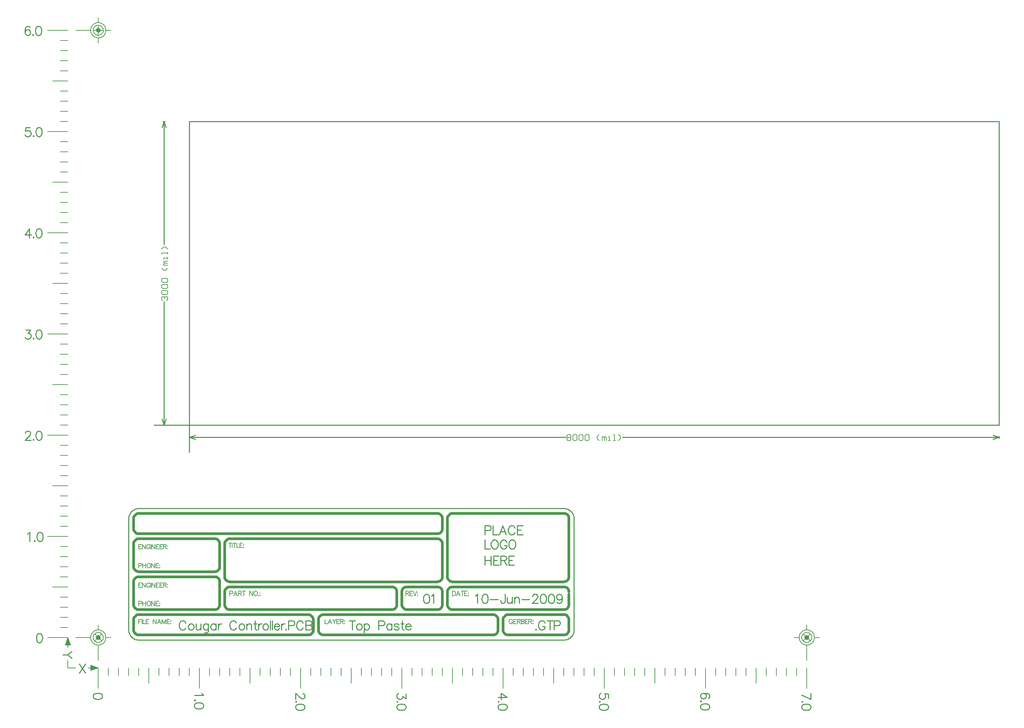
<source format=gtp>
%FSLAX23Y23*%
%MOIN*%
G70*
G01*
G75*
%ADD10C,0.021*%
%ADD11C,0.012*%
%ADD12C,0.035*%
%ADD13C,0.025*%
%ADD14C,0.045*%
%ADD15C,0.055*%
%ADD16C,0.009*%
%ADD17C,0.008*%
%ADD18C,0.010*%
%ADD19C,0.006*%
%ADD20C,0.005*%
%ADD21C,0.060*%
%ADD22C,0.200*%
%ADD23C,0.062*%
%ADD24R,0.062X0.062*%
%ADD25R,0.052X0.052*%
%ADD26C,0.052*%
%ADD27C,0.080*%
%ADD28C,0.055*%
%ADD29R,0.050X0.050*%
%ADD30C,0.050*%
%ADD31C,0.120*%
%ADD32R,0.060X0.060*%
%ADD33R,0.100X0.100*%
%ADD34C,0.100*%
%ADD35R,0.080X0.080*%
%ADD36P,0.065X8X0*%
%ADD37C,0.065*%
%ADD38R,0.065X0.065*%
D13*
X10453Y5923D02*
X10452Y5932D01*
X10449Y5942D01*
X10445Y5950D01*
X10439Y5957D01*
X10431Y5964D01*
X10423Y5968D01*
X10414Y5971D01*
X10404Y5972D01*
X9303D02*
X9293Y5971D01*
X9284Y5968D01*
X9275Y5963D01*
X9268Y5957D01*
X9262Y5950D01*
X9257Y5941D01*
X9254Y5932D01*
X9253Y5922D01*
X10403Y6022D02*
X10413Y6023D01*
X10422Y6026D01*
X10431Y6030D01*
X10438Y6036D01*
X10445Y6044D01*
X10449Y6053D01*
X10452Y6062D01*
X10453Y6072D01*
X9253D02*
X9254Y6062D01*
X9257Y6053D01*
X9262Y6044D01*
X9268Y6036D01*
X9275Y6030D01*
X9284Y6026D01*
X9293Y6023D01*
X9303Y6022D01*
X10453Y6648D02*
X10452Y6658D01*
X10449Y6667D01*
X10445Y6676D01*
X10438Y6683D01*
X10430Y6689D01*
X10422Y6694D01*
X10412Y6696D01*
X10402Y6697D01*
X10403Y5747D02*
X10413Y5748D01*
X10422Y5751D01*
X10431Y5755D01*
X10438Y5761D01*
X10445Y5769D01*
X10449Y5778D01*
X10452Y5787D01*
X10453Y5797D01*
X10453Y5648D02*
X10452Y5657D01*
X10449Y5667D01*
X10444Y5675D01*
X10438Y5682D01*
X10431Y5689D01*
X10422Y5693D01*
X10413Y5696D01*
X10403Y5697D01*
Y5497D02*
X10413Y5498D01*
X10422Y5501D01*
X10431Y5505D01*
X10438Y5511D01*
X10445Y5519D01*
X10449Y5528D01*
X10452Y5537D01*
X10453Y5547D01*
X9153Y5747D02*
X9163Y5748D01*
X9172Y5751D01*
X9181Y5755D01*
X9188Y5761D01*
X9195Y5769D01*
X9199Y5778D01*
X9202Y5787D01*
X9203Y5797D01*
X9253Y5796D02*
X9254Y5786D01*
X9257Y5777D01*
X9262Y5768D01*
X9268Y5761D01*
X9275Y5755D01*
X9284Y5750D01*
X9293Y5748D01*
X9303Y5747D01*
X9203Y5923D02*
X9202Y5932D01*
X9199Y5942D01*
X9195Y5950D01*
X9189Y5957D01*
X9181Y5964D01*
X9173Y5968D01*
X9164Y5971D01*
X9154Y5972D01*
X6153Y5547D02*
X6154Y5537D01*
X6157Y5528D01*
X6161Y5519D01*
X6167Y5512D01*
X6175Y5506D01*
X6183Y5501D01*
X6193Y5498D01*
X6202Y5497D01*
X9154Y6022D02*
X9164Y6023D01*
X9173Y6026D01*
X9181Y6031D01*
X9189Y6037D01*
X9195Y6044D01*
X9199Y6053D01*
X9202Y6062D01*
X9203Y6072D01*
X6203Y5697D02*
X6193Y5696D01*
X6184Y5693D01*
X6175Y5688D01*
X6168Y5682D01*
X6162Y5675D01*
X6157Y5666D01*
X6154Y5657D01*
X6153Y5647D01*
X9203Y6397D02*
X9202Y6407D01*
X9199Y6416D01*
X9195Y6425D01*
X9188Y6432D01*
X9181Y6438D01*
X9172Y6443D01*
X9163Y6446D01*
X9153Y6447D01*
Y6497D02*
X9163Y6498D01*
X9172Y6501D01*
X9181Y6505D01*
X9188Y6511D01*
X9195Y6519D01*
X9199Y6528D01*
X9202Y6537D01*
X9203Y6547D01*
X9303Y6697D02*
X9293Y6696D01*
X9284Y6693D01*
X9275Y6688D01*
X9268Y6682D01*
X9262Y6675D01*
X9257Y6666D01*
X9254Y6657D01*
X9253Y6647D01*
X9203D02*
X9202Y6657D01*
X9199Y6666D01*
X9195Y6675D01*
X9188Y6682D01*
X9181Y6688D01*
X9172Y6693D01*
X9163Y6696D01*
X9153Y6697D01*
X6203D02*
X6193Y6696D01*
X6184Y6693D01*
X6175Y6688D01*
X6168Y6682D01*
X6162Y6675D01*
X6157Y6666D01*
X6154Y6657D01*
X6153Y6647D01*
Y6547D02*
X6154Y6537D01*
X6157Y6528D01*
X6162Y6519D01*
X6168Y6511D01*
X6175Y6505D01*
X6184Y6501D01*
X6193Y6498D01*
X6203Y6497D01*
Y6447D02*
X6193Y6446D01*
X6184Y6443D01*
X6175Y6438D01*
X6168Y6432D01*
X6162Y6425D01*
X6157Y6416D01*
X6154Y6407D01*
X6153Y6397D01*
Y6172D02*
X6154Y6162D01*
X6157Y6153D01*
X6162Y6144D01*
X6168Y6136D01*
X6175Y6130D01*
X6184Y6126D01*
X6193Y6123D01*
X6203Y6122D01*
Y6072D02*
X6193Y6071D01*
X6184Y6068D01*
X6175Y6063D01*
X6168Y6057D01*
X6162Y6050D01*
X6157Y6041D01*
X6154Y6032D01*
X6153Y6022D01*
Y5797D02*
X6154Y5787D01*
X6157Y5778D01*
X6161Y5769D01*
X6167Y5762D01*
X6175Y5756D01*
X6183Y5751D01*
X6193Y5748D01*
X6202Y5747D01*
X7103Y6447D02*
X7093Y6446D01*
X7084Y6443D01*
X7075Y6438D01*
X7068Y6432D01*
X7062Y6425D01*
X7057Y6416D01*
X7054Y6407D01*
X7053Y6397D01*
X7103Y5972D02*
X7093Y5971D01*
X7084Y5968D01*
X7075Y5963D01*
X7068Y5957D01*
X7062Y5950D01*
X7057Y5941D01*
X7054Y5932D01*
X7053Y5922D01*
X8851Y5972D02*
X8841Y5971D01*
X8832Y5968D01*
X8824Y5963D01*
X8816Y5957D01*
X8810Y5949D01*
X8806Y5940D01*
X8804Y5931D01*
X8803Y5921D01*
X8803Y5798D02*
X8804Y5788D01*
X8807Y5778D01*
X8812Y5770D01*
X8818Y5762D01*
X8825Y5756D01*
X8834Y5751D01*
X8843Y5748D01*
X8853Y5747D01*
X8704Y5747D02*
X8714Y5748D01*
X8723Y5751D01*
X8732Y5755D01*
X8739Y5761D01*
X8745Y5769D01*
X8750Y5778D01*
X8752Y5787D01*
X8753Y5797D01*
X8753Y5923D02*
X8752Y5932D01*
X8749Y5942D01*
X8745Y5950D01*
X8739Y5957D01*
X8731Y5964D01*
X8723Y5968D01*
X8714Y5971D01*
X8704Y5972D01*
X6954Y5747D02*
X6964Y5748D01*
X6973Y5751D01*
X6981Y5755D01*
X6989Y5761D01*
X6995Y5769D01*
X6999Y5777D01*
X7002Y5786D01*
X7003Y5796D01*
X7053D02*
X7054Y5786D01*
X7057Y5777D01*
X7061Y5769D01*
X7067Y5761D01*
X7075Y5755D01*
X7083Y5751D01*
X7093Y5748D01*
X7102Y5747D01*
X7053Y6071D02*
X7054Y6061D01*
X7057Y6052D01*
X7061Y6044D01*
X7067Y6036D01*
X7075Y6030D01*
X7083Y6026D01*
X7093Y6023D01*
X7102Y6022D01*
X7003Y6023D02*
X7002Y6033D01*
X6999Y6042D01*
X6995Y6051D01*
X6988Y6058D01*
X6980Y6064D01*
X6972Y6069D01*
X6962Y6071D01*
X6952Y6072D01*
X6955Y6122D02*
X6964Y6123D01*
X6973Y6125D01*
X6982Y6130D01*
X6989Y6136D01*
X6995Y6143D01*
X6999Y6151D01*
X7002Y6160D01*
X7003Y6170D01*
Y6398D02*
X7002Y6407D01*
X6999Y6417D01*
X6995Y6425D01*
X6989Y6432D01*
X6981Y6439D01*
X6973Y6443D01*
X6964Y6446D01*
X6954Y6447D01*
X9853Y5697D02*
X9843Y5696D01*
X9834Y5693D01*
X9825Y5688D01*
X9818Y5682D01*
X9812Y5675D01*
X9807Y5666D01*
X9804Y5657D01*
X9803Y5647D01*
Y5546D02*
X9804Y5536D01*
X9807Y5527D01*
X9812Y5518D01*
X9818Y5511D01*
X9825Y5505D01*
X9834Y5500D01*
X9843Y5498D01*
X9853Y5497D01*
X9704Y5497D02*
X9714Y5498D01*
X9723Y5500D01*
X9732Y5505D01*
X9739Y5511D01*
X9745Y5519D01*
X9750Y5527D01*
X9752Y5537D01*
X9753Y5546D01*
X9753Y5647D02*
X9752Y5657D01*
X9749Y5666D01*
X9745Y5675D01*
X9738Y5682D01*
X9731Y5688D01*
X9722Y5693D01*
X9713Y5696D01*
X9703Y5697D01*
X7978Y5547D02*
X7979Y5537D01*
X7982Y5528D01*
X7986Y5519D01*
X7992Y5512D01*
X8000Y5506D01*
X8008Y5501D01*
X8018Y5498D01*
X8027Y5497D01*
X8028Y5697D02*
X8018Y5696D01*
X8009Y5693D01*
X8000Y5688D01*
X7993Y5682D01*
X7987Y5675D01*
X7982Y5666D01*
X7979Y5657D01*
X7978Y5647D01*
X7879Y5497D02*
X7889Y5498D01*
X7898Y5500D01*
X7907Y5505D01*
X7914Y5511D01*
X7920Y5519D01*
X7925Y5527D01*
X7927Y5537D01*
X7928Y5546D01*
X7928Y5647D02*
X7927Y5657D01*
X7924Y5666D01*
X7920Y5675D01*
X7913Y5682D01*
X7906Y5688D01*
X7897Y5693D01*
X7888Y5696D01*
X7878Y5697D01*
X8028Y5497D02*
X9703D01*
X6203D02*
X7878D01*
X6203Y5697D02*
X7878D01*
X8028D02*
X9703D01*
X9853Y5497D02*
X10403D01*
X9853Y5697D02*
X10403D01*
X6203Y6697D02*
X9153D01*
X6203Y5747D02*
X6953D01*
X6203Y6072D02*
X6953D01*
X6203Y6122D02*
X6953D01*
X6203Y6447D02*
X6953D01*
X6203Y6497D02*
X9153D01*
X7103Y6447D02*
X9153D01*
X7103Y5972D02*
X8703D01*
X7103Y5747D02*
X8703D01*
X8853D02*
X9153D01*
X8853Y5972D02*
X9153D01*
X9303Y5747D02*
X10403D01*
X9303Y6697D02*
X10403D01*
X7103Y6022D02*
X9153D01*
X9303D02*
X10403D01*
X9303Y5972D02*
X10403D01*
X7928Y5547D02*
Y5647D01*
X7978Y5547D02*
Y5647D01*
X9753Y5547D02*
Y5647D01*
X9803Y5547D02*
Y5647D01*
X6153Y5797D02*
Y6022D01*
X7003Y5797D02*
Y6022D01*
X6153Y6172D02*
Y6397D01*
X7003Y6172D02*
Y6397D01*
X6153Y6547D02*
Y6647D01*
X9203Y6547D02*
Y6647D01*
Y6072D02*
Y6397D01*
X7053Y6072D02*
Y6397D01*
X8753Y5797D02*
Y5922D01*
X7053Y5797D02*
Y5922D01*
X8803Y5797D02*
Y5922D01*
X9203Y5797D02*
Y5922D01*
X10453Y5547D02*
Y5647D01*
Y5797D02*
Y5897D01*
X6153Y5547D02*
Y5647D01*
X9253Y6072D02*
Y6647D01*
X10453Y6072D02*
Y6647D01*
X9253Y5797D02*
Y5922D01*
D16*
X10127Y5555D02*
X10123Y5551D01*
X10127Y5547D01*
X10132Y5551D01*
X10127Y5555D01*
X10216Y5615D02*
X10211Y5624D01*
X10203Y5633D01*
X10194Y5637D01*
X10177D01*
X10169Y5633D01*
X10160Y5624D01*
X10156Y5615D01*
X10151Y5603D01*
Y5581D01*
X10156Y5568D01*
X10160Y5560D01*
X10169Y5551D01*
X10177Y5547D01*
X10194D01*
X10203Y5551D01*
X10211Y5560D01*
X10216Y5568D01*
Y5581D01*
X10194D02*
X10216D01*
X10266Y5637D02*
Y5547D01*
X10236Y5637D02*
X10296D01*
X10307Y5590D02*
X10346D01*
X10358Y5594D01*
X10363Y5598D01*
X10367Y5607D01*
Y5620D01*
X10363Y5628D01*
X10358Y5633D01*
X10346Y5637D01*
X10307D01*
Y5547D01*
X5130Y11499D02*
X5125Y11507D01*
X5112Y11512D01*
X5104D01*
X5091Y11507D01*
X5082Y11495D01*
X5078Y11473D01*
Y11452D01*
X5082Y11435D01*
X5091Y11426D01*
X5104Y11422D01*
X5108D01*
X5121Y11426D01*
X5130Y11435D01*
X5134Y11448D01*
Y11452D01*
X5130Y11465D01*
X5121Y11473D01*
X5108Y11478D01*
X5104D01*
X5091Y11473D01*
X5082Y11465D01*
X5078Y11452D01*
X5158Y11430D02*
X5154Y11426D01*
X5158Y11422D01*
X5162Y11426D01*
X5158Y11430D01*
X5208Y11512D02*
X5195Y11507D01*
X5186Y11495D01*
X5182Y11473D01*
Y11460D01*
X5186Y11439D01*
X5195Y11426D01*
X5208Y11422D01*
X5216D01*
X5229Y11426D01*
X5238Y11439D01*
X5242Y11460D01*
Y11473D01*
X5238Y11495D01*
X5229Y11507D01*
X5216Y11512D01*
X5208D01*
X5121Y9512D02*
X5078Y9452D01*
X5142D01*
X5121Y9512D02*
Y9422D01*
X5163Y9430D02*
X5158Y9426D01*
X5163Y9422D01*
X5167Y9426D01*
X5163Y9430D01*
X5212Y9512D02*
X5199Y9507D01*
X5191Y9495D01*
X5187Y9473D01*
Y9460D01*
X5191Y9439D01*
X5199Y9426D01*
X5212Y9422D01*
X5221D01*
X5234Y9426D01*
X5242Y9439D01*
X5247Y9460D01*
Y9473D01*
X5242Y9495D01*
X5234Y9507D01*
X5221Y9512D01*
X5212D01*
X5082Y7490D02*
Y7495D01*
X5087Y7503D01*
X5091Y7508D01*
X5100Y7512D01*
X5117D01*
X5125Y7508D01*
X5130Y7503D01*
X5134Y7495D01*
Y7486D01*
X5130Y7478D01*
X5121Y7465D01*
X5078Y7422D01*
X5138D01*
X5163Y7430D02*
X5158Y7426D01*
X5163Y7422D01*
X5167Y7426D01*
X5163Y7430D01*
X5212Y7512D02*
X5199Y7508D01*
X5191Y7495D01*
X5187Y7473D01*
Y7460D01*
X5191Y7439D01*
X5199Y7426D01*
X5212Y7422D01*
X5221D01*
X5234Y7426D01*
X5242Y7439D01*
X5247Y7460D01*
Y7473D01*
X5242Y7495D01*
X5234Y7508D01*
X5221Y7512D01*
X5212D01*
X5216Y5512D02*
X5203Y5508D01*
X5195Y5495D01*
X5191Y5473D01*
Y5460D01*
X5195Y5439D01*
X5203Y5426D01*
X5216Y5422D01*
X5225D01*
X5238Y5426D01*
X5246Y5439D01*
X5251Y5460D01*
Y5473D01*
X5246Y5495D01*
X5238Y5508D01*
X5225Y5512D01*
X5216D01*
X5103Y6495D02*
X5112Y6499D01*
X5125Y6512D01*
Y6422D01*
X5173Y6430D02*
X5169Y6426D01*
X5173Y6422D01*
X5178Y6426D01*
X5173Y6430D01*
X5223Y6512D02*
X5210Y6508D01*
X5202Y6495D01*
X5197Y6473D01*
Y6460D01*
X5202Y6439D01*
X5210Y6426D01*
X5223Y6422D01*
X5232D01*
X5245Y6426D01*
X5253Y6439D01*
X5257Y6460D01*
Y6473D01*
X5253Y6495D01*
X5245Y6508D01*
X5232Y6512D01*
X5223D01*
X5087Y8512D02*
X5134D01*
X5108Y8478D01*
X5121D01*
X5130Y8473D01*
X5134Y8469D01*
X5138Y8456D01*
Y8448D01*
X5134Y8435D01*
X5125Y8426D01*
X5112Y8422D01*
X5100D01*
X5087Y8426D01*
X5082Y8430D01*
X5078Y8439D01*
X5163Y8430D02*
X5158Y8426D01*
X5163Y8422D01*
X5167Y8426D01*
X5163Y8430D01*
X5212Y8512D02*
X5199Y8507D01*
X5191Y8495D01*
X5187Y8473D01*
Y8460D01*
X5191Y8439D01*
X5199Y8426D01*
X5212Y8422D01*
X5221D01*
X5234Y8426D01*
X5242Y8439D01*
X5247Y8460D01*
Y8473D01*
X5242Y8495D01*
X5234Y8507D01*
X5221Y8512D01*
X5212D01*
X5130Y10512D02*
X5087D01*
X5082Y10473D01*
X5087Y10478D01*
X5100Y10482D01*
X5112D01*
X5125Y10478D01*
X5134Y10469D01*
X5138Y10456D01*
Y10448D01*
X5134Y10435D01*
X5125Y10426D01*
X5112Y10422D01*
X5100D01*
X5087Y10426D01*
X5082Y10430D01*
X5078Y10439D01*
X5163Y10430D02*
X5158Y10426D01*
X5163Y10422D01*
X5167Y10426D01*
X5163Y10430D01*
X5212Y10512D02*
X5199Y10507D01*
X5191Y10495D01*
X5187Y10473D01*
Y10460D01*
X5191Y10439D01*
X5199Y10426D01*
X5212Y10422D01*
X5221D01*
X5234Y10426D01*
X5242Y10439D01*
X5247Y10460D01*
Y10473D01*
X5242Y10495D01*
X5234Y10507D01*
X5221Y10512D01*
X5212D01*
X12843Y4862D02*
X12753Y4905D01*
X12843Y4922D02*
Y4862D01*
X12762Y4837D02*
X12757Y4842D01*
X12753Y4837D01*
X12757Y4833D01*
X12762Y4837D01*
X12843Y4788D02*
X12839Y4801D01*
X12826Y4809D01*
X12805Y4813D01*
X12792D01*
X12770Y4809D01*
X12757Y4801D01*
X12753Y4788D01*
Y4779D01*
X12757Y4766D01*
X12770Y4758D01*
X12792Y4753D01*
X12805D01*
X12826Y4758D01*
X12839Y4766D01*
X12843Y4779D01*
Y4788D01*
X10843Y4870D02*
Y4913D01*
X10805Y4918D01*
X10809Y4913D01*
X10813Y4900D01*
Y4888D01*
X10809Y4875D01*
X10800Y4866D01*
X10787Y4862D01*
X10779D01*
X10766Y4866D01*
X10757Y4875D01*
X10753Y4888D01*
Y4900D01*
X10757Y4913D01*
X10762Y4918D01*
X10770Y4922D01*
X10762Y4837D02*
X10757Y4842D01*
X10753Y4837D01*
X10757Y4833D01*
X10762Y4837D01*
X10843Y4788D02*
X10839Y4801D01*
X10826Y4809D01*
X10805Y4813D01*
X10792D01*
X10770Y4809D01*
X10757Y4801D01*
X10753Y4788D01*
Y4779D01*
X10757Y4766D01*
X10770Y4758D01*
X10792Y4753D01*
X10805D01*
X10826Y4758D01*
X10839Y4766D01*
X10843Y4779D01*
Y4788D01*
X8843Y4913D02*
Y4866D01*
X8809Y4892D01*
Y4879D01*
X8805Y4870D01*
X8800Y4866D01*
X8787Y4862D01*
X8779D01*
X8766Y4866D01*
X8757Y4875D01*
X8753Y4888D01*
Y4900D01*
X8757Y4913D01*
X8762Y4918D01*
X8770Y4922D01*
X8762Y4837D02*
X8757Y4842D01*
X8753Y4837D01*
X8757Y4833D01*
X8762Y4837D01*
X8843Y4788D02*
X8839Y4801D01*
X8826Y4809D01*
X8805Y4813D01*
X8792D01*
X8770Y4809D01*
X8757Y4801D01*
X8753Y4788D01*
Y4779D01*
X8757Y4766D01*
X8770Y4758D01*
X8792Y4753D01*
X8805D01*
X8826Y4758D01*
X8839Y4766D01*
X8843Y4779D01*
Y4788D01*
X6826Y4922D02*
X6830Y4913D01*
X6843Y4900D01*
X6753D01*
X6762Y4852D02*
X6757Y4856D01*
X6753Y4852D01*
X6757Y4847D01*
X6762Y4852D01*
X6843Y4802D02*
X6839Y4815D01*
X6826Y4823D01*
X6805Y4828D01*
X6792D01*
X6770Y4823D01*
X6757Y4815D01*
X6753Y4802D01*
Y4793D01*
X6757Y4780D01*
X6770Y4772D01*
X6792Y4768D01*
X6805D01*
X6826Y4772D01*
X6839Y4780D01*
X6843Y4793D01*
Y4802D01*
X5843Y4896D02*
X5839Y4909D01*
X5826Y4918D01*
X5805Y4922D01*
X5792D01*
X5770Y4918D01*
X5757Y4909D01*
X5753Y4896D01*
Y4888D01*
X5757Y4875D01*
X5770Y4866D01*
X5792Y4862D01*
X5805D01*
X5826Y4866D01*
X5839Y4875D01*
X5843Y4888D01*
Y4896D01*
X7822Y4918D02*
X7826D01*
X7835Y4913D01*
X7839Y4909D01*
X7843Y4900D01*
Y4883D01*
X7839Y4875D01*
X7835Y4870D01*
X7826Y4866D01*
X7817D01*
X7809Y4870D01*
X7796Y4879D01*
X7753Y4922D01*
Y4862D01*
X7762Y4837D02*
X7757Y4842D01*
X7753Y4837D01*
X7757Y4833D01*
X7762Y4837D01*
X7843Y4788D02*
X7839Y4801D01*
X7826Y4809D01*
X7805Y4813D01*
X7792D01*
X7770Y4809D01*
X7757Y4801D01*
X7753Y4788D01*
Y4779D01*
X7757Y4766D01*
X7770Y4758D01*
X7792Y4753D01*
X7805D01*
X7826Y4758D01*
X7839Y4766D01*
X7843Y4779D01*
Y4788D01*
X9843Y4879D02*
X9783Y4922D01*
Y4858D01*
X9843Y4879D02*
X9753D01*
X9762Y4837D02*
X9757Y4842D01*
X9753Y4837D01*
X9757Y4833D01*
X9762Y4837D01*
X9843Y4788D02*
X9839Y4801D01*
X9826Y4809D01*
X9805Y4813D01*
X9792D01*
X9770Y4809D01*
X9757Y4801D01*
X9753Y4788D01*
Y4779D01*
X9757Y4766D01*
X9770Y4758D01*
X9792Y4753D01*
X9805D01*
X9826Y4758D01*
X9839Y4766D01*
X9843Y4779D01*
Y4788D01*
X11830Y4870D02*
X11839Y4875D01*
X11843Y4888D01*
Y4896D01*
X11839Y4909D01*
X11826Y4918D01*
X11805Y4922D01*
X11783D01*
X11766Y4918D01*
X11757Y4909D01*
X11753Y4896D01*
Y4892D01*
X11757Y4879D01*
X11766Y4870D01*
X11779Y4866D01*
X11783D01*
X11796Y4870D01*
X11805Y4879D01*
X11809Y4892D01*
Y4896D01*
X11805Y4909D01*
X11796Y4918D01*
X11783Y4922D01*
X11762Y4842D02*
X11757Y4846D01*
X11753Y4842D01*
X11757Y4838D01*
X11762Y4842D01*
X11843Y4792D02*
X11839Y4805D01*
X11826Y4814D01*
X11805Y4818D01*
X11792D01*
X11770Y4814D01*
X11757Y4805D01*
X11753Y4792D01*
Y4784D01*
X11757Y4771D01*
X11770Y4762D01*
X11792Y4758D01*
X11805D01*
X11826Y4762D01*
X11839Y4771D01*
X11843Y4784D01*
Y4792D01*
X5616Y5212D02*
X5676Y5122D01*
Y5212D02*
X5616Y5122D01*
X5543Y5334D02*
X5500Y5300D01*
X5453D01*
X5543Y5266D02*
X5500Y5300D01*
X9528Y5882D02*
X9537Y5886D01*
X9550Y5899D01*
Y5809D01*
X9620Y5899D02*
X9607Y5895D01*
X9598Y5882D01*
X9594Y5861D01*
Y5848D01*
X9598Y5826D01*
X9607Y5814D01*
X9620Y5809D01*
X9628D01*
X9641Y5814D01*
X9650Y5826D01*
X9654Y5848D01*
Y5861D01*
X9650Y5882D01*
X9641Y5895D01*
X9628Y5899D01*
X9620D01*
X9674Y5848D02*
X9751D01*
X9821Y5899D02*
Y5831D01*
X9816Y5818D01*
X9812Y5814D01*
X9804Y5809D01*
X9795D01*
X9786Y5814D01*
X9782Y5818D01*
X9778Y5831D01*
Y5839D01*
X9844Y5869D02*
Y5826D01*
X9848Y5814D01*
X9857Y5809D01*
X9870D01*
X9878Y5814D01*
X9891Y5826D01*
Y5869D02*
Y5809D01*
X9915Y5869D02*
Y5809D01*
Y5852D02*
X9927Y5865D01*
X9936Y5869D01*
X9949D01*
X9957Y5865D01*
X9962Y5852D01*
Y5809D01*
X9985Y5848D02*
X10062D01*
X10093Y5878D02*
Y5882D01*
X10098Y5891D01*
X10102Y5895D01*
X10110Y5899D01*
X10128D01*
X10136Y5895D01*
X10140Y5891D01*
X10145Y5882D01*
Y5874D01*
X10140Y5865D01*
X10132Y5852D01*
X10089Y5809D01*
X10149D01*
X10195Y5899D02*
X10182Y5895D01*
X10173Y5882D01*
X10169Y5861D01*
Y5848D01*
X10173Y5826D01*
X10182Y5814D01*
X10195Y5809D01*
X10203D01*
X10216Y5814D01*
X10225Y5826D01*
X10229Y5848D01*
Y5861D01*
X10225Y5882D01*
X10216Y5895D01*
X10203Y5899D01*
X10195D01*
X10275D02*
X10262Y5895D01*
X10254Y5882D01*
X10249Y5861D01*
Y5848D01*
X10254Y5826D01*
X10262Y5814D01*
X10275Y5809D01*
X10284D01*
X10296Y5814D01*
X10305Y5826D01*
X10309Y5848D01*
Y5861D01*
X10305Y5882D01*
X10296Y5895D01*
X10284Y5899D01*
X10275D01*
X10385Y5869D02*
X10381Y5856D01*
X10372Y5848D01*
X10359Y5844D01*
X10355D01*
X10342Y5848D01*
X10334Y5856D01*
X10329Y5869D01*
Y5874D01*
X10334Y5886D01*
X10342Y5895D01*
X10355Y5899D01*
X10359D01*
X10372Y5895D01*
X10381Y5886D01*
X10385Y5869D01*
Y5848D01*
X10381Y5826D01*
X10372Y5814D01*
X10359Y5809D01*
X10351D01*
X10338Y5814D01*
X10334Y5822D01*
X9623Y6277D02*
Y6187D01*
X9683Y6277D02*
Y6187D01*
X9623Y6234D02*
X9683D01*
X9764Y6277D02*
X9708D01*
Y6187D01*
X9764D01*
X9708Y6234D02*
X9742D01*
X9779Y6277D02*
Y6187D01*
Y6277D02*
X9817D01*
X9830Y6273D01*
X9834Y6268D01*
X9839Y6260D01*
Y6251D01*
X9834Y6243D01*
X9830Y6238D01*
X9817Y6234D01*
X9779D01*
X9809D02*
X9839Y6187D01*
X9914Y6277D02*
X9859D01*
Y6187D01*
X9914D01*
X9859Y6234D02*
X9893D01*
X9623Y6437D02*
Y6347D01*
X9675D01*
X9710Y6437D02*
X9702Y6432D01*
X9693Y6424D01*
X9689Y6415D01*
X9684Y6403D01*
Y6381D01*
X9689Y6368D01*
X9693Y6360D01*
X9702Y6351D01*
X9710Y6347D01*
X9727D01*
X9736Y6351D01*
X9744Y6360D01*
X9749Y6368D01*
X9753Y6381D01*
Y6403D01*
X9749Y6415D01*
X9744Y6424D01*
X9736Y6432D01*
X9727Y6437D01*
X9710D01*
X9838Y6415D02*
X9834Y6424D01*
X9825Y6432D01*
X9817Y6437D01*
X9800D01*
X9791Y6432D01*
X9783Y6424D01*
X9778Y6415D01*
X9774Y6403D01*
Y6381D01*
X9778Y6368D01*
X9783Y6360D01*
X9791Y6351D01*
X9800Y6347D01*
X9817D01*
X9825Y6351D01*
X9834Y6360D01*
X9838Y6368D01*
Y6381D01*
X9817D02*
X9838D01*
X9884Y6437D02*
X9876Y6432D01*
X9867Y6424D01*
X9863Y6415D01*
X9859Y6403D01*
Y6381D01*
X9863Y6368D01*
X9867Y6360D01*
X9876Y6351D01*
X9884Y6347D01*
X9902D01*
X9910Y6351D01*
X9919Y6360D01*
X9923Y6368D01*
X9927Y6381D01*
Y6403D01*
X9923Y6415D01*
X9919Y6424D01*
X9910Y6432D01*
X9902Y6437D01*
X9884D01*
X9623Y6530D02*
X9662D01*
X9675Y6534D01*
X9679Y6538D01*
X9683Y6547D01*
Y6560D01*
X9679Y6568D01*
X9675Y6573D01*
X9662Y6577D01*
X9623D01*
Y6487D01*
X9703Y6577D02*
Y6487D01*
X9755D01*
X9833D02*
X9799Y6577D01*
X9765Y6487D01*
X9777Y6517D02*
X9820D01*
X9918Y6555D02*
X9914Y6564D01*
X9905Y6573D01*
X9897Y6577D01*
X9880D01*
X9871Y6573D01*
X9863Y6564D01*
X9858Y6555D01*
X9854Y6543D01*
Y6521D01*
X9858Y6508D01*
X9863Y6500D01*
X9871Y6491D01*
X9880Y6487D01*
X9897D01*
X9905Y6491D01*
X9914Y6500D01*
X9918Y6508D01*
X9999Y6577D02*
X9944D01*
Y6487D01*
X9999D01*
X9944Y6534D02*
X9978D01*
X9041Y5899D02*
X9028Y5895D01*
X9020Y5882D01*
X9016Y5861D01*
Y5848D01*
X9020Y5826D01*
X9028Y5814D01*
X9041Y5809D01*
X9050D01*
X9063Y5814D01*
X9071Y5826D01*
X9076Y5848D01*
Y5861D01*
X9071Y5882D01*
X9063Y5895D01*
X9050Y5899D01*
X9041D01*
X9096Y5882D02*
X9104Y5886D01*
X9117Y5899D01*
Y5809D01*
X8313Y5637D02*
Y5547D01*
X8283Y5637D02*
X8343D01*
X8375Y5607D02*
X8367Y5603D01*
X8358Y5594D01*
X8354Y5581D01*
Y5573D01*
X8358Y5560D01*
X8367Y5551D01*
X8375Y5547D01*
X8388D01*
X8397Y5551D01*
X8405Y5560D01*
X8410Y5573D01*
Y5581D01*
X8405Y5594D01*
X8397Y5603D01*
X8388Y5607D01*
X8375D01*
X8429D02*
Y5517D01*
Y5594D02*
X8438Y5603D01*
X8446Y5607D01*
X8459D01*
X8468Y5603D01*
X8476Y5594D01*
X8481Y5581D01*
Y5573D01*
X8476Y5560D01*
X8468Y5551D01*
X8459Y5547D01*
X8446D01*
X8438Y5551D01*
X8429Y5560D01*
X8571Y5590D02*
X8609D01*
X8622Y5594D01*
X8626Y5598D01*
X8631Y5607D01*
Y5620D01*
X8626Y5628D01*
X8622Y5633D01*
X8609Y5637D01*
X8571D01*
Y5547D01*
X8702Y5607D02*
Y5547D01*
Y5594D02*
X8694Y5603D01*
X8685Y5607D01*
X8672D01*
X8664Y5603D01*
X8655Y5594D01*
X8651Y5581D01*
Y5573D01*
X8655Y5560D01*
X8664Y5551D01*
X8672Y5547D01*
X8685D01*
X8694Y5551D01*
X8702Y5560D01*
X8773Y5594D02*
X8769Y5603D01*
X8756Y5607D01*
X8743D01*
X8730Y5603D01*
X8726Y5594D01*
X8730Y5585D01*
X8739Y5581D01*
X8760Y5577D01*
X8769Y5573D01*
X8773Y5564D01*
Y5560D01*
X8769Y5551D01*
X8756Y5547D01*
X8743D01*
X8730Y5551D01*
X8726Y5560D01*
X8805Y5637D02*
Y5564D01*
X8809Y5551D01*
X8818Y5547D01*
X8826D01*
X8792Y5607D02*
X8822D01*
X8839Y5581D02*
X8891D01*
Y5590D01*
X8886Y5598D01*
X8882Y5603D01*
X8874Y5607D01*
X8861D01*
X8852Y5603D01*
X8844Y5594D01*
X8839Y5581D01*
Y5573D01*
X8844Y5560D01*
X8852Y5551D01*
X8861Y5547D01*
X8874D01*
X8882Y5551D01*
X8891Y5560D01*
X6667Y5615D02*
X6663Y5624D01*
X6655Y5633D01*
X6646Y5637D01*
X6629D01*
X6620Y5633D01*
X6612Y5624D01*
X6607Y5615D01*
X6603Y5603D01*
Y5581D01*
X6607Y5568D01*
X6612Y5560D01*
X6620Y5551D01*
X6629Y5547D01*
X6646D01*
X6655Y5551D01*
X6663Y5560D01*
X6667Y5568D01*
X6714Y5607D02*
X6706Y5603D01*
X6697Y5594D01*
X6693Y5581D01*
Y5573D01*
X6697Y5560D01*
X6706Y5551D01*
X6714Y5547D01*
X6727D01*
X6736Y5551D01*
X6744Y5560D01*
X6748Y5573D01*
Y5581D01*
X6744Y5594D01*
X6736Y5603D01*
X6727Y5607D01*
X6714D01*
X6768D02*
Y5564D01*
X6772Y5551D01*
X6781Y5547D01*
X6794D01*
X6802Y5551D01*
X6815Y5564D01*
Y5607D02*
Y5547D01*
X6890Y5607D02*
Y5538D01*
X6886Y5525D01*
X6882Y5521D01*
X6873Y5517D01*
X6860D01*
X6852Y5521D01*
X6890Y5594D02*
X6882Y5603D01*
X6873Y5607D01*
X6860D01*
X6852Y5603D01*
X6843Y5594D01*
X6839Y5581D01*
Y5573D01*
X6843Y5560D01*
X6852Y5551D01*
X6860Y5547D01*
X6873D01*
X6882Y5551D01*
X6890Y5560D01*
X6966Y5607D02*
Y5547D01*
Y5594D02*
X6957Y5603D01*
X6948Y5607D01*
X6936D01*
X6927Y5603D01*
X6918Y5594D01*
X6914Y5581D01*
Y5573D01*
X6918Y5560D01*
X6927Y5551D01*
X6936Y5547D01*
X6948D01*
X6957Y5551D01*
X6966Y5560D01*
X6990Y5607D02*
Y5547D01*
Y5581D02*
X6994Y5594D01*
X7002Y5603D01*
X7011Y5607D01*
X7024D01*
X7167Y5615D02*
X7163Y5624D01*
X7154Y5633D01*
X7146Y5637D01*
X7128D01*
X7120Y5633D01*
X7111Y5624D01*
X7107Y5615D01*
X7103Y5603D01*
Y5581D01*
X7107Y5568D01*
X7111Y5560D01*
X7120Y5551D01*
X7128Y5547D01*
X7146D01*
X7154Y5551D01*
X7163Y5560D01*
X7167Y5568D01*
X7214Y5607D02*
X7205Y5603D01*
X7197Y5594D01*
X7192Y5581D01*
Y5573D01*
X7197Y5560D01*
X7205Y5551D01*
X7214Y5547D01*
X7227D01*
X7235Y5551D01*
X7244Y5560D01*
X7248Y5573D01*
Y5581D01*
X7244Y5594D01*
X7235Y5603D01*
X7227Y5607D01*
X7214D01*
X7268D02*
Y5547D01*
Y5590D02*
X7281Y5603D01*
X7289Y5607D01*
X7302D01*
X7311Y5603D01*
X7315Y5590D01*
Y5547D01*
X7351Y5637D02*
Y5564D01*
X7356Y5551D01*
X7364Y5547D01*
X7373D01*
X7338Y5607D02*
X7368D01*
X7386D02*
Y5547D01*
Y5581D02*
X7390Y5594D01*
X7398Y5603D01*
X7407Y5607D01*
X7420D01*
X7449D02*
X7441Y5603D01*
X7432Y5594D01*
X7428Y5581D01*
Y5573D01*
X7432Y5560D01*
X7441Y5551D01*
X7449Y5547D01*
X7462D01*
X7471Y5551D01*
X7479Y5560D01*
X7484Y5573D01*
Y5581D01*
X7479Y5594D01*
X7471Y5603D01*
X7462Y5607D01*
X7449D01*
X7503Y5637D02*
Y5547D01*
X7522Y5637D02*
Y5547D01*
X7541Y5581D02*
X7592D01*
Y5590D01*
X7588Y5598D01*
X7584Y5603D01*
X7575Y5607D01*
X7562D01*
X7554Y5603D01*
X7545Y5594D01*
X7541Y5581D01*
Y5573D01*
X7545Y5560D01*
X7554Y5551D01*
X7562Y5547D01*
X7575D01*
X7584Y5551D01*
X7592Y5560D01*
X7612Y5607D02*
Y5547D01*
Y5581D02*
X7616Y5594D01*
X7625Y5603D01*
X7633Y5607D01*
X7646D01*
X7658Y5555D02*
X7654Y5551D01*
X7658Y5547D01*
X7663Y5551D01*
X7658Y5555D01*
X7682Y5590D02*
X7721D01*
X7734Y5594D01*
X7738Y5598D01*
X7742Y5607D01*
Y5620D01*
X7738Y5628D01*
X7734Y5633D01*
X7721Y5637D01*
X7682D01*
Y5547D01*
X7827Y5615D02*
X7823Y5624D01*
X7814Y5633D01*
X7805Y5637D01*
X7788D01*
X7780Y5633D01*
X7771Y5624D01*
X7767Y5615D01*
X7763Y5603D01*
Y5581D01*
X7767Y5568D01*
X7771Y5560D01*
X7780Y5551D01*
X7788Y5547D01*
X7805D01*
X7814Y5551D01*
X7823Y5560D01*
X7827Y5568D01*
X7852Y5637D02*
Y5547D01*
Y5637D02*
X7891D01*
X7904Y5633D01*
X7908Y5628D01*
X7912Y5620D01*
Y5611D01*
X7908Y5603D01*
X7904Y5598D01*
X7891Y5594D01*
X7852D02*
X7891D01*
X7904Y5590D01*
X7908Y5585D01*
X7912Y5577D01*
Y5564D01*
X7908Y5555D01*
X7904Y5551D01*
X7891Y5547D01*
X7852D01*
D17*
X12853Y5472D02*
X12852Y5482D01*
X12849Y5492D01*
X12844Y5500D01*
X12838Y5508D01*
X12830Y5514D01*
X12820Y5519D01*
X12811Y5521D01*
X12801Y5522D01*
X12791Y5520D01*
X12781Y5517D01*
X12773Y5511D01*
X12765Y5504D01*
X12759Y5496D01*
X12755Y5487D01*
X12753Y5477D01*
Y5467D01*
X12755Y5457D01*
X12759Y5448D01*
X12765Y5439D01*
X12773Y5432D01*
X12781Y5427D01*
X12791Y5423D01*
X12801Y5422D01*
X12811Y5422D01*
X12820Y5425D01*
X12830Y5429D01*
X12838Y5436D01*
X12844Y5443D01*
X12849Y5452D01*
X12852Y5462D01*
X12853Y5472D01*
X12878D02*
X12877Y5482D01*
X12875Y5492D01*
X12872Y5501D01*
X12868Y5510D01*
X12862Y5518D01*
X12855Y5526D01*
X12848Y5532D01*
X12839Y5538D01*
X12830Y5542D01*
X12821Y5545D01*
X12811Y5546D01*
X12801Y5547D01*
X12791Y5546D01*
X12781Y5543D01*
X12772Y5540D01*
X12763Y5535D01*
X12755Y5529D01*
X12748Y5522D01*
X12741Y5514D01*
X12736Y5506D01*
X12732Y5496D01*
X12730Y5487D01*
X12728Y5477D01*
Y5467D01*
X12730Y5457D01*
X12732Y5447D01*
X12736Y5438D01*
X12741Y5429D01*
X12748Y5421D01*
X12755Y5415D01*
X12763Y5409D01*
X12772Y5404D01*
X12781Y5400D01*
X12791Y5398D01*
X12801Y5397D01*
X12811Y5397D01*
X12821Y5399D01*
X12830Y5402D01*
X12839Y5406D01*
X12848Y5411D01*
X12855Y5418D01*
X12862Y5425D01*
X12868Y5434D01*
X12872Y5443D01*
X12875Y5452D01*
X12877Y5462D01*
X12878Y5472D01*
X12806D02*
X12801D01*
X12806D01*
X12808D02*
X12801Y5476D01*
Y5467D01*
X12808Y5472D01*
X12823D02*
X12821Y5481D01*
X12814Y5488D01*
X12806Y5492D01*
X12796Y5490D01*
X12788Y5485D01*
X12784Y5477D01*
Y5467D01*
X12788Y5459D01*
X12796Y5453D01*
X12806Y5452D01*
X12814Y5455D01*
X12821Y5462D01*
X12823Y5472D01*
X12818D02*
X12815Y5481D01*
X12806Y5487D01*
X12796Y5485D01*
X12789Y5477D01*
Y5467D01*
X12796Y5459D01*
X12806Y5457D01*
X12815Y5462D01*
X12818Y5472D01*
X12813D02*
X12808Y5480D01*
X12798D01*
X12793Y5472D01*
X12798Y5463D01*
X12808D01*
X12813Y5472D01*
X5878Y11472D02*
X5877Y11482D01*
X5875Y11492D01*
X5872Y11501D01*
X5868Y11510D01*
X5862Y11518D01*
X5855Y11526D01*
X5848Y11532D01*
X5839Y11538D01*
X5830Y11542D01*
X5821Y11545D01*
X5811Y11546D01*
X5801Y11547D01*
X5791Y11546D01*
X5781Y11543D01*
X5772Y11540D01*
X5763Y11535D01*
X5755Y11529D01*
X5747Y11522D01*
X5741Y11514D01*
X5736Y11506D01*
X5732Y11496D01*
X5730Y11487D01*
X5728Y11477D01*
Y11467D01*
X5730Y11457D01*
X5732Y11447D01*
X5736Y11438D01*
X5741Y11429D01*
X5747Y11421D01*
X5755Y11415D01*
X5763Y11409D01*
X5772Y11404D01*
X5781Y11400D01*
X5791Y11398D01*
X5801Y11397D01*
X5811Y11397D01*
X5821Y11399D01*
X5830Y11402D01*
X5839Y11406D01*
X5848Y11411D01*
X5855Y11418D01*
X5862Y11425D01*
X5868Y11434D01*
X5872Y11443D01*
X5875Y11452D01*
X5877Y11462D01*
X5878Y11472D01*
X5806D02*
X5801D01*
X5806D01*
X5808D02*
X5801Y11476D01*
Y11467D01*
X5808Y11472D01*
X5813D02*
X5808Y11480D01*
X5798D01*
X5793Y11472D01*
X5798Y11463D01*
X5808D01*
X5813Y11472D01*
X5818D02*
X5815Y11481D01*
X5806Y11487D01*
X5796Y11485D01*
X5789Y11477D01*
Y11467D01*
X5796Y11459D01*
X5806Y11457D01*
X5815Y11462D01*
X5818Y11472D01*
X5823D02*
X5821Y11481D01*
X5814Y11488D01*
X5806Y11492D01*
X5796Y11491D01*
X5788Y11485D01*
X5784Y11477D01*
Y11467D01*
X5788Y11459D01*
X5796Y11453D01*
X5806Y11452D01*
X5814Y11455D01*
X5821Y11463D01*
X5823Y11472D01*
X5853D02*
X5852Y11482D01*
X5849Y11492D01*
X5844Y11500D01*
X5838Y11508D01*
X5830Y11514D01*
X5820Y11519D01*
X5811Y11521D01*
X5801Y11522D01*
X5791Y11520D01*
X5781Y11517D01*
X5773Y11511D01*
X5765Y11504D01*
X5759Y11496D01*
X5755Y11487D01*
X5753Y11477D01*
Y11467D01*
X5755Y11457D01*
X5759Y11448D01*
X5765Y11439D01*
X5773Y11432D01*
X5781Y11427D01*
X5791Y11423D01*
X5801Y11422D01*
X5811Y11422D01*
X5820Y11425D01*
X5830Y11429D01*
X5838Y11436D01*
X5844Y11443D01*
X5849Y11452D01*
X5852Y11462D01*
X5853Y11472D01*
X5853Y5472D02*
X5852Y5482D01*
X5849Y5492D01*
X5844Y5500D01*
X5838Y5508D01*
X5830Y5514D01*
X5820Y5519D01*
X5811Y5521D01*
X5801Y5522D01*
X5791Y5520D01*
X5781Y5517D01*
X5773Y5511D01*
X5765Y5504D01*
X5759Y5496D01*
X5755Y5487D01*
X5753Y5477D01*
Y5467D01*
X5755Y5457D01*
X5759Y5448D01*
X5765Y5439D01*
X5773Y5432D01*
X5781Y5427D01*
X5791Y5423D01*
X5801Y5422D01*
X5811Y5422D01*
X5820Y5425D01*
X5830Y5429D01*
X5838Y5436D01*
X5844Y5443D01*
X5849Y5452D01*
X5852Y5462D01*
X5853Y5472D01*
X5878D02*
X5877Y5482D01*
X5875Y5492D01*
X5872Y5501D01*
X5868Y5510D01*
X5862Y5518D01*
X5855Y5526D01*
X5848Y5532D01*
X5839Y5538D01*
X5830Y5542D01*
X5821Y5545D01*
X5811Y5546D01*
X5801Y5547D01*
X5791Y5546D01*
X5781Y5543D01*
X5772Y5540D01*
X5763Y5535D01*
X5755Y5529D01*
X5748Y5522D01*
X5741Y5514D01*
X5736Y5506D01*
X5732Y5496D01*
X5730Y5487D01*
X5728Y5477D01*
Y5467D01*
X5730Y5457D01*
X5732Y5447D01*
X5736Y5438D01*
X5741Y5429D01*
X5748Y5421D01*
X5755Y5415D01*
X5763Y5409D01*
X5772Y5404D01*
X5781Y5400D01*
X5791Y5398D01*
X5801Y5397D01*
X5811Y5397D01*
X5821Y5399D01*
X5830Y5402D01*
X5839Y5406D01*
X5848Y5411D01*
X5855Y5418D01*
X5862Y5425D01*
X5868Y5434D01*
X5872Y5443D01*
X5875Y5452D01*
X5877Y5462D01*
X5878Y5472D01*
X5806D02*
X5801D01*
X5806D01*
X5808D02*
X5801Y5476D01*
Y5467D01*
X5808Y5472D01*
X5823D02*
X5821Y5481D01*
X5814Y5488D01*
X5806Y5492D01*
X5796Y5490D01*
X5788Y5485D01*
X5784Y5477D01*
Y5467D01*
X5788Y5459D01*
X5796Y5453D01*
X5806Y5452D01*
X5814Y5455D01*
X5821Y5462D01*
X5823Y5472D01*
X5813D02*
X5808Y5480D01*
X5798D01*
X5793Y5472D01*
X5798Y5463D01*
X5808D01*
X5813Y5472D01*
X5818D02*
X5815Y5481D01*
X5806Y5487D01*
X5796Y5485D01*
X5789Y5477D01*
Y5467D01*
X5796Y5459D01*
X5806Y5457D01*
X5815Y5462D01*
X5818Y5472D01*
X5878D02*
X5928D01*
X5578D02*
X5728D01*
X5503Y5172D02*
X5578D01*
X5478Y5397D02*
X5528D01*
X5489Y5405D02*
X5518D01*
X5494Y5408D02*
X5513D01*
X5484Y5401D02*
X5523D01*
X5499Y5412D02*
X5508D01*
X5703Y5172D02*
X5728D01*
X5303Y5472D02*
X5503D01*
X5428Y5572D02*
X5503D01*
X5428Y5672D02*
X5503D01*
X5428Y5772D02*
X5503D01*
X5428Y5872D02*
X5503D01*
X5353Y5972D02*
X5503D01*
X5428Y6072D02*
X5503D01*
X5428Y6172D02*
X5503D01*
X5428Y6272D02*
X5503D01*
X5428Y6372D02*
X5503D01*
X5303Y6472D02*
X5503D01*
X5428Y6572D02*
X5503D01*
X5428Y6672D02*
X5503D01*
X5428Y6772D02*
X5503D01*
X5428Y6872D02*
X5503D01*
X5353Y6972D02*
X5503D01*
X5428Y7072D02*
X5503D01*
X5428Y7172D02*
X5503D01*
X5428Y7272D02*
X5503D01*
X5428Y7372D02*
X5503D01*
X5303Y7472D02*
X5503D01*
X5428Y7572D02*
X5503D01*
X5428Y7672D02*
X5503D01*
X5428Y7772D02*
X5503D01*
X5428Y7872D02*
X5503D01*
X5353Y7972D02*
X5503D01*
X5428Y8072D02*
X5503D01*
X5428Y8172D02*
X5503D01*
X5428Y8272D02*
X5503D01*
X5428Y8372D02*
X5503D01*
X5303Y8472D02*
X5503D01*
X5428Y8572D02*
X5503D01*
X5428Y8672D02*
X5503D01*
X5428Y8772D02*
X5503D01*
X5428Y8872D02*
X5503D01*
X5353Y8972D02*
X5503D01*
X5428Y9072D02*
X5503D01*
X5428Y9172D02*
X5503D01*
X5428Y9272D02*
X5503D01*
X5428Y9372D02*
X5503D01*
X5303Y9472D02*
X5503D01*
X5428Y9572D02*
X5503D01*
X5428Y9672D02*
X5503D01*
X5428Y9772D02*
X5503D01*
X5428Y9872D02*
X5503D01*
X5353Y9972D02*
X5503D01*
X5428Y10072D02*
X5503D01*
X5428Y10172D02*
X5503D01*
X5428Y10272D02*
X5503D01*
X5428Y10372D02*
X5503D01*
X5303Y10472D02*
X5503D01*
X5428Y10572D02*
X5503D01*
X5428Y10672D02*
X5503D01*
X5428Y10772D02*
X5503D01*
X5428Y10872D02*
X5503D01*
X5353Y10972D02*
X5503D01*
X5428Y11072D02*
X5503D01*
X5428Y11172D02*
X5503D01*
X5428Y11272D02*
X5503D01*
X5428Y11372D02*
X5503D01*
X5303Y11472D02*
X5503D01*
X5803D02*
X5853D01*
X5753D02*
X5803D01*
X5578D02*
X5728D01*
X5878D02*
X5928D01*
X12678Y5472D02*
X12728D01*
X12878D02*
X12928D01*
X5803Y5247D02*
Y5397D01*
Y5547D02*
Y5597D01*
X5503Y5172D02*
Y5247D01*
X5728Y5147D02*
Y5197D01*
X5736Y5157D02*
Y5186D01*
X5503Y5372D02*
Y5397D01*
X5740Y5162D02*
Y5181D01*
X5733Y5152D02*
Y5191D01*
X5743Y5167D02*
Y5176D01*
X5803Y4972D02*
Y5172D01*
X5903Y5097D02*
Y5172D01*
X6003Y5097D02*
Y5172D01*
X6103Y5097D02*
Y5172D01*
X6203Y5097D02*
Y5172D01*
X6303Y5022D02*
Y5172D01*
X6403Y5097D02*
Y5172D01*
X6503Y5097D02*
Y5172D01*
X6603Y5097D02*
Y5172D01*
X6703Y5097D02*
Y5172D01*
X6803Y4972D02*
Y5172D01*
X6903Y5097D02*
Y5172D01*
X7003Y5097D02*
Y5172D01*
X7103Y5097D02*
Y5172D01*
X7203Y5097D02*
Y5172D01*
X7303Y5022D02*
Y5172D01*
X7403Y5097D02*
Y5172D01*
X7503Y5097D02*
Y5172D01*
X7603Y5097D02*
Y5172D01*
X7703Y5097D02*
Y5172D01*
X7803Y4972D02*
Y5172D01*
X7903Y5097D02*
Y5172D01*
X8003Y5097D02*
Y5172D01*
X8103Y5097D02*
Y5172D01*
X8203Y5097D02*
Y5172D01*
X8303Y5022D02*
Y5172D01*
X8403Y5097D02*
Y5172D01*
X8503Y5097D02*
Y5172D01*
X8603Y5097D02*
Y5172D01*
X8703Y5097D02*
Y5172D01*
X8803Y4972D02*
Y5172D01*
X8903Y5097D02*
Y5172D01*
X9003Y5097D02*
Y5172D01*
X9103Y5097D02*
Y5172D01*
X9203Y5097D02*
Y5172D01*
X9303Y5022D02*
Y5172D01*
X9403Y5097D02*
Y5172D01*
X9503Y5097D02*
Y5172D01*
X9603Y5097D02*
Y5172D01*
X9703Y5097D02*
Y5172D01*
X9803Y4972D02*
Y5172D01*
X9903Y5097D02*
Y5172D01*
X10003Y5097D02*
Y5172D01*
X10103Y5097D02*
Y5172D01*
X10203Y5097D02*
Y5172D01*
X10303Y5022D02*
Y5172D01*
X10403Y5097D02*
Y5172D01*
X10503Y5097D02*
Y5172D01*
X10603Y5097D02*
Y5172D01*
X10703Y5097D02*
Y5172D01*
X10803Y4972D02*
Y5172D01*
X10903Y5097D02*
Y5172D01*
X11003Y5097D02*
Y5172D01*
X11103Y5097D02*
Y5172D01*
X11203Y5097D02*
Y5172D01*
X11303Y5022D02*
Y5172D01*
X11403Y5097D02*
Y5172D01*
X11503Y5097D02*
Y5172D01*
X11603Y5097D02*
Y5172D01*
X11703Y5097D02*
Y5172D01*
X11803Y4972D02*
Y5172D01*
X11903Y5097D02*
Y5172D01*
X12003Y5097D02*
Y5172D01*
X12103Y5097D02*
Y5172D01*
X12203Y5097D02*
Y5172D01*
X12303Y5022D02*
Y5172D01*
X12403Y5097D02*
Y5172D01*
X12503Y5097D02*
Y5172D01*
X12603Y5097D02*
Y5172D01*
X12703Y5097D02*
Y5172D01*
X12803Y4972D02*
Y5172D01*
X5803Y11422D02*
Y11472D01*
Y11522D01*
Y11547D02*
Y11597D01*
Y11347D02*
Y11397D01*
X12803Y5547D02*
Y5597D01*
Y5247D02*
Y5397D01*
X5803Y5472D02*
X5838Y5507D01*
X5768Y5437D02*
X5803Y5472D01*
X12768Y5437D02*
X12803Y5472D01*
X12838Y5507D01*
X5803Y5472D02*
X5838Y5437D01*
X5768Y5507D02*
X5803Y5472D01*
X12803D02*
X12838Y5437D01*
X12768Y5507D02*
X12803Y5472D01*
X5728Y5147D02*
X5803Y5172D01*
X5728Y5197D02*
X5803Y5172D01*
X5736Y5186D02*
X5779Y5172D01*
X5736Y5157D02*
X5779Y5172D01*
X5503Y5472D02*
X5528Y5397D01*
X5478D02*
X5503Y5472D01*
X5489Y5405D02*
X5503Y5448D01*
X5518Y5405D01*
X5494Y5408D02*
X5503Y5436D01*
X5513Y5408D01*
X5484Y5401D02*
X5503Y5459D01*
X5523Y5401D01*
X5499Y5412D02*
X5503Y5425D01*
X5508Y5412D01*
X5740Y5181D02*
X5768Y5172D01*
X5740Y5162D02*
X5768Y5172D01*
X5733Y5191D02*
X5791Y5172D01*
X5733Y5152D02*
X5791Y5172D01*
X5743Y5176D02*
X5756Y5172D01*
X5743Y5167D02*
X5756Y5172D01*
D18*
X6203Y6747D02*
X6193Y6746D01*
X6184Y6745D01*
X6174Y6742D01*
X6165Y6739D01*
X6156Y6735D01*
X6148Y6730D01*
X6140Y6724D01*
X6132Y6718D01*
X6126Y6710D01*
X6120Y6702D01*
X6115Y6694D01*
X6111Y6685D01*
X6107Y6676D01*
X6105Y6666D01*
X6104Y6657D01*
X6103Y6647D01*
Y5548D02*
X6104Y5538D01*
X6105Y5528D01*
X6107Y5519D01*
X6111Y5510D01*
X6115Y5501D01*
X6120Y5492D01*
X6126Y5484D01*
X6132Y5477D01*
X6139Y5470D01*
X6147Y5464D01*
X6155Y5459D01*
X6164Y5455D01*
X6173Y5452D01*
X6183Y5449D01*
X6193Y5447D01*
X6202Y5447D01*
X10403Y5447D02*
X10413Y5447D01*
X10423Y5449D01*
X10432Y5451D01*
X10441Y5454D01*
X10450Y5459D01*
X10459Y5464D01*
X10467Y5470D01*
X10474Y5476D01*
X10480Y5483D01*
X10486Y5491D01*
X10491Y5500D01*
X10496Y5509D01*
X10499Y5518D01*
X10501Y5527D01*
X10503Y5537D01*
X10503Y5547D01*
Y6647D02*
X10503Y6657D01*
X10501Y6666D01*
X10499Y6676D01*
X10496Y6685D01*
X10491Y6694D01*
X10486Y6702D01*
X10480Y6710D01*
X10474Y6718D01*
X10467Y6724D01*
X10459Y6730D01*
X10450Y6735D01*
X10441Y6739D01*
X10432Y6742D01*
X10423Y6745D01*
X10413Y6746D01*
X10403Y6747D01*
X6353Y7572D02*
X6703D01*
X6443Y10572D02*
X6463D01*
X6443Y7572D02*
X6463D01*
X6453Y10572D02*
X6473Y10512D01*
X6433D02*
X6453Y10572D01*
Y7572D02*
X6473Y7632D01*
X6433D02*
X6453Y7572D01*
Y9353D02*
Y10572D01*
Y7572D02*
Y8791D01*
X6703Y7302D02*
Y7572D01*
X14703Y7442D02*
Y7462D01*
X6703Y7442D02*
Y7462D01*
X14643Y7432D02*
X14703Y7452D01*
X14643Y7472D02*
X14703Y7452D01*
X6703D02*
X6763Y7432D01*
X6703Y7452D02*
X6763Y7472D01*
X10984Y7452D02*
X14703D01*
X6703D02*
X10422D01*
X6703Y7572D02*
X14703D01*
X6703Y10572D02*
X14703D01*
Y7572D02*
Y10572D01*
X6703Y7572D02*
Y10572D01*
X6203Y5447D02*
X10403D01*
X6203Y6747D02*
X10403D01*
X10503Y5547D02*
Y6647D01*
X6103Y5547D02*
Y6647D01*
D19*
X6439Y8801D02*
X6429Y8811D01*
Y8831D01*
X6439Y8841D01*
X6449D01*
X6459Y8831D01*
Y8821D01*
Y8831D01*
X6469Y8841D01*
X6479D01*
X6489Y8831D01*
Y8811D01*
X6479Y8801D01*
X6439Y8861D02*
X6429Y8871D01*
Y8891D01*
X6439Y8901D01*
X6479D01*
X6489Y8891D01*
Y8871D01*
X6479Y8861D01*
X6439D01*
Y8921D02*
X6429Y8931D01*
Y8951D01*
X6439Y8961D01*
X6479D01*
X6489Y8951D01*
Y8931D01*
X6479Y8921D01*
X6439D01*
Y8981D02*
X6429Y8991D01*
Y9011D01*
X6439Y9021D01*
X6479D01*
X6489Y9011D01*
Y8991D01*
X6479Y8981D01*
X6439D01*
X6489Y9121D02*
X6469Y9101D01*
X6449D01*
X6429Y9121D01*
X6489Y9151D02*
X6449D01*
Y9161D01*
X6459Y9171D01*
X6489D01*
X6459D01*
X6449Y9181D01*
X6459Y9191D01*
X6489D01*
Y9211D02*
Y9231D01*
Y9221D01*
X6449D01*
Y9211D01*
X6489Y9261D02*
Y9281D01*
Y9271D01*
X6429D01*
Y9261D01*
X6489Y9311D02*
X6469Y9331D01*
X6449D01*
X6429Y9311D01*
X10432Y7466D02*
X10442Y7476D01*
X10462D01*
X10472Y7466D01*
Y7456D01*
X10462Y7446D01*
X10472Y7436D01*
Y7426D01*
X10462Y7416D01*
X10442D01*
X10432Y7426D01*
Y7436D01*
X10442Y7446D01*
X10432Y7456D01*
Y7466D01*
X10442Y7446D02*
X10462D01*
X10492Y7466D02*
X10502Y7476D01*
X10522D01*
X10532Y7466D01*
Y7426D01*
X10522Y7416D01*
X10502D01*
X10492Y7426D01*
Y7466D01*
X10552D02*
X10562Y7476D01*
X10582D01*
X10592Y7466D01*
Y7426D01*
X10582Y7416D01*
X10562D01*
X10552Y7426D01*
Y7466D01*
X10612D02*
X10622Y7476D01*
X10642D01*
X10652Y7466D01*
Y7426D01*
X10642Y7416D01*
X10622D01*
X10612Y7426D01*
Y7466D01*
X10752Y7416D02*
X10732Y7436D01*
Y7456D01*
X10752Y7476D01*
X10782Y7416D02*
Y7456D01*
X10792D01*
X10802Y7446D01*
Y7416D01*
Y7446D01*
X10812Y7456D01*
X10822Y7446D01*
Y7416D01*
X10842D02*
X10862D01*
X10852D01*
Y7456D01*
X10842D01*
X10892Y7416D02*
X10912D01*
X10902D01*
Y7476D01*
X10892D01*
X10942Y7416D02*
X10962Y7436D01*
Y7456D01*
X10942Y7476D01*
D20*
X9303Y5929D02*
Y5884D01*
Y5929D02*
X9318D01*
X9325Y5927D01*
X9329Y5923D01*
X9331Y5919D01*
X9333Y5912D01*
Y5901D01*
X9331Y5895D01*
X9329Y5891D01*
X9325Y5886D01*
X9318Y5884D01*
X9303D01*
X9377D02*
X9360Y5929D01*
X9343Y5884D01*
X9350Y5899D02*
X9371D01*
X9403Y5929D02*
Y5884D01*
X9388Y5929D02*
X9418D01*
X9451D02*
X9423D01*
Y5884D01*
X9451D01*
X9423Y5908D02*
X9440D01*
X9461Y5914D02*
X9459Y5912D01*
X9461Y5910D01*
X9463Y5912D01*
X9461Y5914D01*
Y5889D02*
X9459Y5886D01*
X9461Y5884D01*
X9463Y5886D01*
X9461Y5889D01*
X8841Y5929D02*
Y5884D01*
Y5929D02*
X8860D01*
X8866Y5927D01*
X8868Y5925D01*
X8871Y5921D01*
Y5916D01*
X8868Y5912D01*
X8866Y5910D01*
X8860Y5908D01*
X8841D01*
X8856D02*
X8871Y5884D01*
X8909Y5929D02*
X8881D01*
Y5884D01*
X8909D01*
X8881Y5908D02*
X8898D01*
X8916Y5929D02*
X8933Y5884D01*
X8950Y5929D02*
X8933Y5884D01*
X8958Y5914D02*
X8956Y5912D01*
X8958Y5910D01*
X8960Y5912D01*
X8958Y5914D01*
Y5889D02*
X8956Y5886D01*
X8958Y5884D01*
X8960Y5886D01*
X8958Y5889D01*
X6203Y6181D02*
X6222D01*
X6229Y6183D01*
X6231Y6185D01*
X6233Y6189D01*
Y6196D01*
X6231Y6200D01*
X6229Y6202D01*
X6222Y6204D01*
X6203D01*
Y6159D01*
X6243Y6204D02*
Y6159D01*
X6273Y6204D02*
Y6159D01*
X6243Y6183D02*
X6273D01*
X6298Y6204D02*
X6294Y6202D01*
X6290Y6198D01*
X6288Y6194D01*
X6286Y6187D01*
Y6176D01*
X6288Y6170D01*
X6290Y6166D01*
X6294Y6161D01*
X6298Y6159D01*
X6307D01*
X6311Y6161D01*
X6316Y6166D01*
X6318Y6170D01*
X6320Y6176D01*
Y6187D01*
X6318Y6194D01*
X6316Y6198D01*
X6311Y6202D01*
X6307Y6204D01*
X6298D01*
X6330D02*
Y6159D01*
Y6204D02*
X6360Y6159D01*
Y6204D02*
Y6159D01*
X6401Y6204D02*
X6373D01*
Y6159D01*
X6401D01*
X6373Y6183D02*
X6390D01*
X6410Y6189D02*
X6408Y6187D01*
X6410Y6185D01*
X6412Y6187D01*
X6410Y6189D01*
Y6164D02*
X6408Y6161D01*
X6410Y6159D01*
X6412Y6161D01*
X6410Y6164D01*
X6203Y5806D02*
X6222D01*
X6229Y5808D01*
X6231Y5810D01*
X6233Y5814D01*
Y5821D01*
X6231Y5825D01*
X6229Y5827D01*
X6222Y5829D01*
X6203D01*
Y5784D01*
X6243Y5829D02*
Y5784D01*
X6273Y5829D02*
Y5784D01*
X6243Y5808D02*
X6273D01*
X6298Y5829D02*
X6294Y5827D01*
X6290Y5823D01*
X6288Y5819D01*
X6286Y5812D01*
Y5801D01*
X6288Y5795D01*
X6290Y5791D01*
X6294Y5786D01*
X6298Y5784D01*
X6307D01*
X6311Y5786D01*
X6316Y5791D01*
X6318Y5795D01*
X6320Y5801D01*
Y5812D01*
X6318Y5819D01*
X6316Y5823D01*
X6311Y5827D01*
X6307Y5829D01*
X6298D01*
X6330D02*
Y5784D01*
Y5829D02*
X6360Y5784D01*
Y5829D02*
Y5784D01*
X6401Y5829D02*
X6373D01*
Y5784D01*
X6401D01*
X6373Y5808D02*
X6390D01*
X6410Y5814D02*
X6408Y5812D01*
X6410Y5810D01*
X6412Y5812D01*
X6410Y5814D01*
Y5789D02*
X6408Y5786D01*
X6410Y5784D01*
X6412Y5786D01*
X6410Y5789D01*
X8043Y5652D02*
Y5607D01*
X8069D01*
X8108D02*
X8091Y5652D01*
X8074Y5607D01*
X8080Y5622D02*
X8102D01*
X8119Y5652D02*
X8136Y5630D01*
Y5607D01*
X8153Y5652D02*
X8136Y5630D01*
X8186Y5652D02*
X8159D01*
Y5607D01*
X8186D01*
X8159Y5630D02*
X8176D01*
X8194Y5652D02*
Y5607D01*
Y5652D02*
X8213D01*
X8220Y5650D01*
X8222Y5648D01*
X8224Y5643D01*
Y5639D01*
X8222Y5635D01*
X8220Y5633D01*
X8213Y5630D01*
X8194D01*
X8209D02*
X8224Y5607D01*
X8236Y5637D02*
X8234Y5635D01*
X8236Y5633D01*
X8238Y5635D01*
X8236Y5637D01*
Y5611D02*
X8234Y5609D01*
X8236Y5607D01*
X8238Y5609D01*
X8236Y5611D01*
X6231Y6392D02*
X6203D01*
Y6347D01*
X6231D01*
X6203Y6370D02*
X6220D01*
X6238Y6392D02*
Y6347D01*
Y6392D02*
X6268Y6347D01*
Y6392D02*
Y6347D01*
X6313Y6381D02*
X6311Y6385D01*
X6307Y6390D01*
X6302Y6392D01*
X6294D01*
X6289Y6390D01*
X6285Y6385D01*
X6283Y6381D01*
X6281Y6375D01*
Y6364D01*
X6283Y6358D01*
X6285Y6353D01*
X6289Y6349D01*
X6294Y6347D01*
X6302D01*
X6307Y6349D01*
X6311Y6353D01*
X6313Y6358D01*
Y6364D01*
X6302D02*
X6313D01*
X6323Y6392D02*
Y6347D01*
X6333Y6392D02*
Y6347D01*
Y6392D02*
X6363Y6347D01*
Y6392D02*
Y6347D01*
X6403Y6392D02*
X6375D01*
Y6347D01*
X6403D01*
X6375Y6370D02*
X6392D01*
X6438Y6392D02*
X6411D01*
Y6347D01*
X6438D01*
X6411Y6370D02*
X6428D01*
X6446Y6392D02*
Y6347D01*
Y6392D02*
X6465D01*
X6472Y6390D01*
X6474Y6388D01*
X6476Y6383D01*
Y6379D01*
X6474Y6375D01*
X6472Y6373D01*
X6465Y6370D01*
X6446D01*
X6461D02*
X6476Y6347D01*
X6488Y6377D02*
X6486Y6375D01*
X6488Y6373D01*
X6490Y6375D01*
X6488Y6377D01*
Y6351D02*
X6486Y6349D01*
X6488Y6347D01*
X6490Y6349D01*
X6488Y6351D01*
X7103Y5906D02*
X7122D01*
X7129Y5908D01*
X7131Y5910D01*
X7133Y5914D01*
Y5921D01*
X7131Y5925D01*
X7129Y5927D01*
X7122Y5929D01*
X7103D01*
Y5884D01*
X7177D02*
X7160Y5929D01*
X7143Y5884D01*
X7150Y5899D02*
X7171D01*
X7188Y5929D02*
Y5884D01*
Y5929D02*
X7207D01*
X7214Y5927D01*
X7216Y5925D01*
X7218Y5921D01*
Y5916D01*
X7216Y5912D01*
X7214Y5910D01*
X7207Y5908D01*
X7188D01*
X7203D02*
X7218Y5884D01*
X7243Y5929D02*
Y5884D01*
X7228Y5929D02*
X7258D01*
X7299D02*
Y5884D01*
Y5929D02*
X7329Y5884D01*
Y5929D02*
Y5884D01*
X7354Y5929D02*
X7350Y5927D01*
X7345Y5923D01*
X7343Y5919D01*
X7341Y5912D01*
Y5901D01*
X7343Y5895D01*
X7345Y5891D01*
X7350Y5886D01*
X7354Y5884D01*
X7363D01*
X7367Y5886D01*
X7371Y5891D01*
X7373Y5895D01*
X7375Y5901D01*
Y5912D01*
X7373Y5919D01*
X7371Y5923D01*
X7367Y5927D01*
X7363Y5929D01*
X7354D01*
X7388Y5889D02*
X7386Y5886D01*
X7388Y5884D01*
X7390Y5886D01*
X7388Y5889D01*
X7402Y5914D02*
X7400Y5912D01*
X7402Y5910D01*
X7404Y5912D01*
X7402Y5914D01*
Y5889D02*
X7400Y5886D01*
X7402Y5884D01*
X7404Y5886D01*
X7402Y5889D01*
X7106Y6404D02*
Y6359D01*
X7091Y6404D02*
X7121D01*
X7126D02*
Y6359D01*
X7150Y6404D02*
Y6359D01*
X7135Y6404D02*
X7165D01*
X7171D02*
Y6359D01*
X7196D01*
X7229Y6404D02*
X7201D01*
Y6359D01*
X7229D01*
X7201Y6383D02*
X7219D01*
X7239Y6389D02*
X7237Y6387D01*
X7239Y6385D01*
X7241Y6387D01*
X7239Y6389D01*
Y6364D02*
X7237Y6361D01*
X7239Y6359D01*
X7241Y6361D01*
X7239Y6364D01*
X6231Y6012D02*
X6203D01*
Y5967D01*
X6231D01*
X6203Y5990D02*
X6220D01*
X6238Y6012D02*
Y5967D01*
Y6012D02*
X6268Y5967D01*
Y6012D02*
Y5967D01*
X6313Y6001D02*
X6311Y6005D01*
X6307Y6010D01*
X6302Y6012D01*
X6294D01*
X6289Y6010D01*
X6285Y6005D01*
X6283Y6001D01*
X6281Y5995D01*
Y5984D01*
X6283Y5978D01*
X6285Y5973D01*
X6289Y5969D01*
X6294Y5967D01*
X6302D01*
X6307Y5969D01*
X6311Y5973D01*
X6313Y5978D01*
Y5984D01*
X6302D02*
X6313D01*
X6323Y6012D02*
Y5967D01*
X6333Y6012D02*
Y5967D01*
Y6012D02*
X6363Y5967D01*
Y6012D02*
Y5967D01*
X6403Y6012D02*
X6375D01*
Y5967D01*
X6403D01*
X6375Y5990D02*
X6392D01*
X6438Y6012D02*
X6411D01*
Y5967D01*
X6438D01*
X6411Y5990D02*
X6428D01*
X6446Y6012D02*
Y5967D01*
Y6012D02*
X6465D01*
X6472Y6010D01*
X6474Y6008D01*
X6476Y6003D01*
Y5999D01*
X6474Y5995D01*
X6472Y5993D01*
X6465Y5990D01*
X6446D01*
X6461D02*
X6476Y5967D01*
X6488Y5997D02*
X6486Y5995D01*
X6488Y5993D01*
X6490Y5995D01*
X6488Y5997D01*
Y5971D02*
X6486Y5969D01*
X6488Y5967D01*
X6490Y5969D01*
X6488Y5971D01*
X6203Y5652D02*
Y5607D01*
Y5652D02*
X6231D01*
X6203Y5630D02*
X6220D01*
X6236Y5652D02*
Y5607D01*
X6246Y5652D02*
Y5607D01*
X6271D01*
X6304Y5652D02*
X6276D01*
Y5607D01*
X6304D01*
X6276Y5630D02*
X6293D01*
X6347Y5652D02*
Y5607D01*
Y5652D02*
X6377Y5607D01*
Y5652D02*
Y5607D01*
X6424D02*
X6406Y5652D01*
X6389Y5607D01*
X6396Y5622D02*
X6417D01*
X6434Y5652D02*
Y5607D01*
Y5652D02*
X6451Y5607D01*
X6468Y5652D02*
X6451Y5607D01*
X6468Y5652D02*
Y5607D01*
X6509Y5652D02*
X6481D01*
Y5607D01*
X6509D01*
X6481Y5630D02*
X6498D01*
X6519Y5637D02*
X6517Y5635D01*
X6519Y5633D01*
X6521Y5635D01*
X6519Y5637D01*
Y5611D02*
X6517Y5609D01*
X6519Y5607D01*
X6521Y5609D01*
X6519Y5611D01*
X9895Y5641D02*
X9893Y5645D01*
X9889Y5650D01*
X9885Y5652D01*
X9876D01*
X9872Y5650D01*
X9867Y5645D01*
X9865Y5641D01*
X9863Y5635D01*
Y5624D01*
X9865Y5618D01*
X9867Y5613D01*
X9872Y5609D01*
X9876Y5607D01*
X9885D01*
X9889Y5609D01*
X9893Y5613D01*
X9895Y5618D01*
Y5624D01*
X9885D02*
X9895D01*
X9933Y5652D02*
X9906D01*
Y5607D01*
X9933D01*
X9906Y5630D02*
X9923D01*
X9941Y5652D02*
Y5607D01*
Y5652D02*
X9960D01*
X9967Y5650D01*
X9969Y5648D01*
X9971Y5643D01*
Y5639D01*
X9969Y5635D01*
X9967Y5633D01*
X9960Y5630D01*
X9941D01*
X9956D02*
X9971Y5607D01*
X9981Y5652D02*
Y5607D01*
Y5652D02*
X10000D01*
X10007Y5650D01*
X10009Y5648D01*
X10011Y5643D01*
Y5639D01*
X10009Y5635D01*
X10007Y5633D01*
X10000Y5630D01*
X9981D02*
X10000D01*
X10007Y5628D01*
X10009Y5626D01*
X10011Y5622D01*
Y5615D01*
X10009Y5611D01*
X10007Y5609D01*
X10000Y5607D01*
X9981D01*
X10049Y5652D02*
X10021D01*
Y5607D01*
X10049D01*
X10021Y5630D02*
X10038D01*
X10056Y5652D02*
Y5607D01*
Y5652D02*
X10076D01*
X10082Y5650D01*
X10084Y5648D01*
X10086Y5643D01*
Y5639D01*
X10084Y5635D01*
X10082Y5633D01*
X10076Y5630D01*
X10056D01*
X10071D02*
X10086Y5607D01*
X10099Y5637D02*
X10096Y5635D01*
X10099Y5633D01*
X10101Y5635D01*
X10099Y5637D01*
Y5611D02*
X10096Y5609D01*
X10099Y5607D01*
X10101Y5609D01*
X10099Y5611D01*
M02*

</source>
